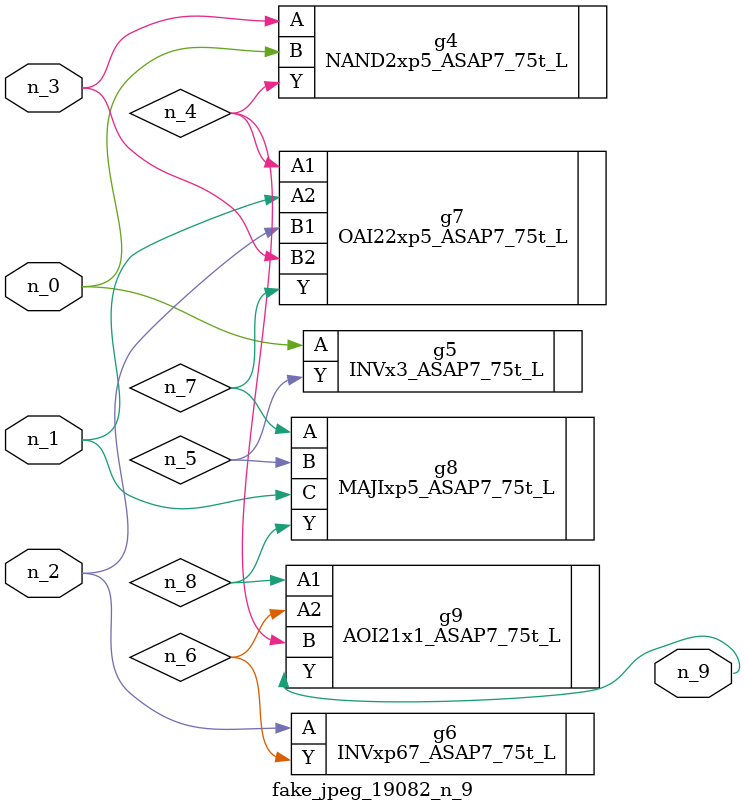
<source format=v>
module fake_jpeg_19082_n_9 (n_0, n_3, n_2, n_1, n_9);

input n_0;
input n_3;
input n_2;
input n_1;

output n_9;

wire n_4;
wire n_8;
wire n_6;
wire n_5;
wire n_7;

NAND2xp5_ASAP7_75t_L g4 ( 
.A(n_3),
.B(n_0),
.Y(n_4)
);

INVx3_ASAP7_75t_L g5 ( 
.A(n_0),
.Y(n_5)
);

INVxp67_ASAP7_75t_L g6 ( 
.A(n_2),
.Y(n_6)
);

OAI22xp5_ASAP7_75t_L g7 ( 
.A1(n_4),
.A2(n_1),
.B1(n_2),
.B2(n_3),
.Y(n_7)
);

MAJIxp5_ASAP7_75t_L g8 ( 
.A(n_7),
.B(n_5),
.C(n_1),
.Y(n_8)
);

AOI21x1_ASAP7_75t_L g9 ( 
.A1(n_8),
.A2(n_6),
.B(n_4),
.Y(n_9)
);


endmodule
</source>
